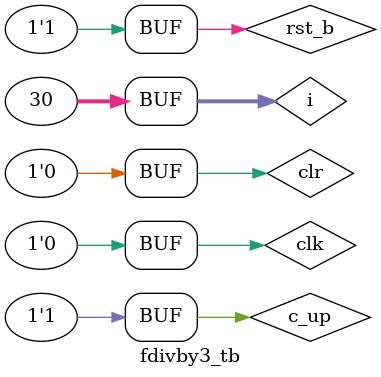
<source format=v>
module fdivby3(
    input clk,rst_b,clr,c_up,
    output fdclk
);
  localparam s0=0,s1=1,s2=2;
  reg [2:0]st;
  wire [2:0]stnext;
  assign stnext[s0] = (st[s0] & (~c_up | clr)) | (st[2] & (c_up | clr))| (st[1] & clr);
  assign stnext[s1] = (st[s0] & ( c_up & ~clr )) | (st[s1] & ~c_up & ~clr);
  assign stnext[s2] = (st[s1] & c_up & ~clr) | (st[s2] & ~c_up & ~clr);
  
  assign fdclk = st[s0];
  
  always@(posedge clk, negedge rst_b)begin
    if(!rst_b)begin
      st<=3'b001;
    end
    else begin
      st<=stnext;
    end
  end
endmodule

module fdivby3_tb;
  reg clk, rst_b, clr, c_up;
  wire fdclk;
  
  fdivby3 CUT(.clk(clk),.rst_b(rst_b),.clr(clr),.c_up(c_up),.fdclk(fdclk));
  
  initial begin
    clk=0;
    rst_b=0;
    clr=0;
    c_up=1;
  end
  
  integer i;
  
  initial begin
    for(i=0;i<30;i=i+1)begin
      #50 clk=~clk;
    end
  end
  
  initial begin
  #25 rst_b=1;
  end
  
  initial begin
    #400 clr=1;
    #100 clr=0;
  end
  
  initial begin
    #600 c_up=0;
    #100 c_up=1;
    #400 c_up=0;
    #200 c_up=1;
  end
  
endmodule
</source>
